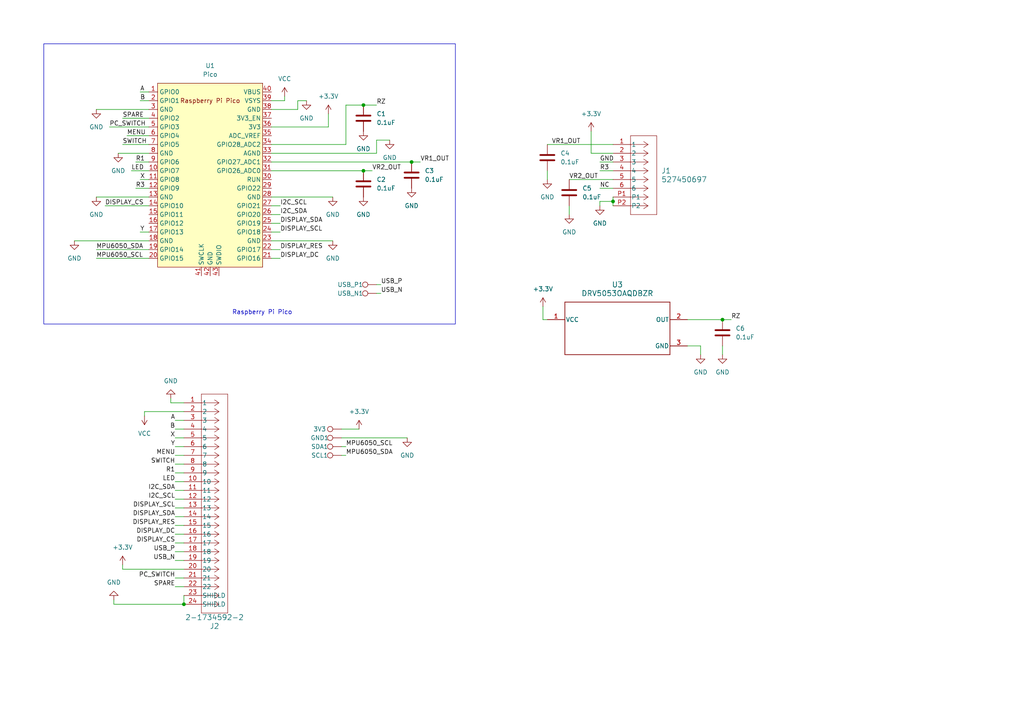
<source format=kicad_sch>
(kicad_sch (version 20230121) (generator eeschema)
  (paper "A4")
  (lib_symbols
    (symbol "2-1734592-2:2-1734592-2" (pin_names (offset 0.254))
      (property "Reference" "J" (at 8.89 6.35 0))
      (property "Value" "2-1734592-2" (at 0 0 0))
      (symbol "2-1734592-2_0_1"
        (polyline (pts (xy 5.08 -60.96) (xy 12.7 -60.96)) (stroke (width 0.127)))
        (polyline (pts (xy 5.08 2.54) (xy 5.08 -60.96)) (stroke (width 0.127)))
        (polyline (pts (xy 10.16 -58.42) (xy 5.08 -58.42)) (stroke (width 0.127)))
        (polyline (pts (xy 10.16 -58.42) (xy 8.89 -59.2667)) (stroke (width 0.127)))
        (polyline (pts (xy 10.16 -58.42) (xy 8.89 -57.5733)) (stroke (width 0.127)))
        (polyline (pts (xy 10.16 -55.88) (xy 5.08 -55.88)) (stroke (width 0.127)))
        (polyline (pts (xy 10.16 -55.88) (xy 8.89 -56.7267)) (stroke (width 0.127)))
        (polyline (pts (xy 10.16 -55.88) (xy 8.89 -55.0333)) (stroke (width 0.127)))
        (polyline (pts (xy 10.16 -53.34) (xy 5.08 -53.34)) (stroke (width 0.127)))
        (polyline (pts (xy 10.16 -53.34) (xy 8.89 -54.1867)) (stroke (width 0.127)))
        (polyline (pts (xy 10.16 -53.34) (xy 8.89 -52.4933)) (stroke (width 0.127)))
        (polyline (pts (xy 10.16 -50.8) (xy 5.08 -50.8)) (stroke (width 0.127)))
        (polyline (pts (xy 10.16 -50.8) (xy 8.89 -51.6467)) (stroke (width 0.127)))
        (polyline (pts (xy 10.16 -50.8) (xy 8.89 -49.9533)) (stroke (width 0.127)))
        (polyline (pts (xy 10.16 -48.26) (xy 5.08 -48.26)) (stroke (width 0.127)))
        (polyline (pts (xy 10.16 -48.26) (xy 8.89 -49.1067)) (stroke (width 0.127)))
        (polyline (pts (xy 10.16 -48.26) (xy 8.89 -47.4133)) (stroke (width 0.127)))
        (polyline (pts (xy 10.16 -45.72) (xy 5.08 -45.72)) (stroke (width 0.127)))
        (polyline (pts (xy 10.16 -45.72) (xy 8.89 -46.5667)) (stroke (width 0.127)))
        (polyline (pts (xy 10.16 -45.72) (xy 8.89 -44.8733)) (stroke (width 0.127)))
        (polyline (pts (xy 10.16 -43.18) (xy 5.08 -43.18)) (stroke (width 0.127)))
        (polyline (pts (xy 10.16 -43.18) (xy 8.89 -44.0267)) (stroke (width 0.127)))
        (polyline (pts (xy 10.16 -43.18) (xy 8.89 -42.3333)) (stroke (width 0.127)))
        (polyline (pts (xy 10.16 -40.64) (xy 5.08 -40.64)) (stroke (width 0.127)))
        (polyline (pts (xy 10.16 -40.64) (xy 8.89 -41.4867)) (stroke (width 0.127)))
        (polyline (pts (xy 10.16 -40.64) (xy 8.89 -39.7933)) (stroke (width 0.127)))
        (polyline (pts (xy 10.16 -38.1) (xy 5.08 -38.1)) (stroke (width 0.127)))
        (polyline (pts (xy 10.16 -38.1) (xy 8.89 -38.9467)) (stroke (width 0.127)))
        (polyline (pts (xy 10.16 -38.1) (xy 8.89 -37.2533)) (stroke (width 0.127)))
        (polyline (pts (xy 10.16 -35.56) (xy 5.08 -35.56)) (stroke (width 0.127)))
        (polyline (pts (xy 10.16 -35.56) (xy 8.89 -36.4067)) (stroke (width 0.127)))
        (polyline (pts (xy 10.16 -35.56) (xy 8.89 -34.7133)) (stroke (width 0.127)))
        (polyline (pts (xy 10.16 -33.02) (xy 5.08 -33.02)) (stroke (width 0.127)))
        (polyline (pts (xy 10.16 -33.02) (xy 8.89 -33.8667)) (stroke (width 0.127)))
        (polyline (pts (xy 10.16 -33.02) (xy 8.89 -32.1733)) (stroke (width 0.127)))
        (polyline (pts (xy 10.16 -30.48) (xy 5.08 -30.48)) (stroke (width 0.127)))
        (polyline (pts (xy 10.16 -30.48) (xy 8.89 -31.3267)) (stroke (width 0.127)))
        (polyline (pts (xy 10.16 -30.48) (xy 8.89 -29.6333)) (stroke (width 0.127)))
        (polyline (pts (xy 10.16 -27.94) (xy 5.08 -27.94)) (stroke (width 0.127)))
        (polyline (pts (xy 10.16 -27.94) (xy 8.89 -28.7867)) (stroke (width 0.127)))
        (polyline (pts (xy 10.16 -27.94) (xy 8.89 -27.0933)) (stroke (width 0.127)))
        (polyline (pts (xy 10.16 -25.4) (xy 5.08 -25.4)) (stroke (width 0.127)))
        (polyline (pts (xy 10.16 -25.4) (xy 8.89 -26.2467)) (stroke (width 0.127)))
        (polyline (pts (xy 10.16 -25.4) (xy 8.89 -24.5533)) (stroke (width 0.127)))
        (polyline (pts (xy 10.16 -22.86) (xy 5.08 -22.86)) (stroke (width 0.127)))
        (polyline (pts (xy 10.16 -22.86) (xy 8.89 -23.7067)) (stroke (width 0.127)))
        (polyline (pts (xy 10.16 -22.86) (xy 8.89 -22.0133)) (stroke (width 0.127)))
        (polyline (pts (xy 10.16 -20.32) (xy 5.08 -20.32)) (stroke (width 0.127)))
        (polyline (pts (xy 10.16 -20.32) (xy 8.89 -21.1667)) (stroke (width 0.127)))
        (polyline (pts (xy 10.16 -20.32) (xy 8.89 -19.4733)) (stroke (width 0.127)))
        (polyline (pts (xy 10.16 -17.78) (xy 5.08 -17.78)) (stroke (width 0.127)))
        (polyline (pts (xy 10.16 -17.78) (xy 8.89 -18.6267)) (stroke (width 0.127)))
        (polyline (pts (xy 10.16 -17.78) (xy 8.89 -16.9333)) (stroke (width 0.127)))
        (polyline (pts (xy 10.16 -15.24) (xy 5.08 -15.24)) (stroke (width 0.127)))
        (polyline (pts (xy 10.16 -15.24) (xy 8.89 -16.0867)) (stroke (width 0.127)))
        (polyline (pts (xy 10.16 -15.24) (xy 8.89 -14.3933)) (stroke (width 0.127)))
        (polyline (pts (xy 10.16 -12.7) (xy 5.08 -12.7)) (stroke (width 0.127)))
        (polyline (pts (xy 10.16 -12.7) (xy 8.89 -13.5467)) (stroke (width 0.127)))
        (polyline (pts (xy 10.16 -12.7) (xy 8.89 -11.8533)) (stroke (width 0.127)))
        (polyline (pts (xy 10.16 -10.16) (xy 5.08 -10.16)) (stroke (width 0.127)))
        (polyline (pts (xy 10.16 -10.16) (xy 8.89 -11.0067)) (stroke (width 0.127)))
        (polyline (pts (xy 10.16 -10.16) (xy 8.89 -9.3133)) (stroke (width 0.127)))
        (polyline (pts (xy 10.16 -7.62) (xy 5.08 -7.62)) (stroke (width 0.127)))
        (polyline (pts (xy 10.16 -7.62) (xy 8.89 -8.4667)) (stroke (width 0.127)))
        (polyline (pts (xy 10.16 -7.62) (xy 8.89 -6.7733)) (stroke (width 0.127)))
        (polyline (pts (xy 10.16 -5.08) (xy 5.08 -5.08)) (stroke (width 0.127)))
        (polyline (pts (xy 10.16 -5.08) (xy 8.89 -5.9267)) (stroke (width 0.127)))
        (polyline (pts (xy 10.16 -5.08) (xy 8.89 -4.2333)) (stroke (width 0.127)))
        (polyline (pts (xy 10.16 -2.54) (xy 5.08 -2.54)) (stroke (width 0.127)))
        (polyline (pts (xy 10.16 -2.54) (xy 8.89 -3.3867)) (stroke (width 0.127)))
        (polyline (pts (xy 10.16 -2.54) (xy 8.89 -1.6933)) (stroke (width 0.127)))
        (polyline (pts (xy 10.16 0) (xy 5.08 0)) (stroke (width 0.127)))
        (polyline (pts (xy 10.16 0) (xy 8.89 -0.8467)) (stroke (width 0.127)))
        (polyline (pts (xy 10.16 0) (xy 8.89 0.8467)) (stroke (width 0.127)))
        (polyline (pts (xy 12.7 -60.96) (xy 12.7 2.54)) (stroke (width 0.127)))
        (polyline (pts (xy 12.7 2.54) (xy 5.08 2.54)) (stroke (width 0.127)))
        (pin unspecified line (at 0 0 0) (length 5.08) (name "1") (number "1"))
        (pin unspecified line (at 0 -22.86 0) (length 5.08) (name "10") (number "10"))
        (pin unspecified line (at 0 -25.4 0) (length 5.08) (name "11") (number "11"))
        (pin unspecified line (at 0 -27.94 0) (length 5.08) (name "12") (number "12"))
        (pin unspecified line (at 0 -30.48 0) (length 5.08) (name "13") (number "13"))
        (pin unspecified line (at 0 -33.02 0) (length 5.08) (name "14") (number "14"))
        (pin unspecified line (at 0 -35.56 0) (length 5.08) (name "15") (number "15"))
        (pin unspecified line (at 0 -38.1 0) (length 5.08) (name "16") (number "16"))
        (pin unspecified line (at 0 -40.64 0) (length 5.08) (name "17") (number "17"))
        (pin unspecified line (at 0 -43.18 0) (length 5.08) (name "18") (number "18"))
        (pin unspecified line (at 0 -45.72 0) (length 5.08) (name "19") (number "19"))
        (pin unspecified line (at 0 -2.54 0) (length 5.08) (name "2") (number "2"))
        (pin unspecified line (at 0 -48.26 0) (length 5.08) (name "20") (number "20"))
        (pin unspecified line (at 0 -50.8 0) (length 5.08) (name "21") (number "21"))
        (pin unspecified line (at 0 -53.34 0) (length 5.08) (name "22") (number "22"))
        (pin unspecified line (at 0 -55.88 0) (length 5.08) (name "SHIELD") (number "23"))
        (pin unspecified line (at 0 -58.42 0) (length 5.08) (name "SHIELD") (number "24"))
        (pin unspecified line (at 0 -5.08 0) (length 5.08) (name "3") (number "3"))
        (pin unspecified line (at 0 -7.62 0) (length 5.08) (name "4") (number "4"))
        (pin unspecified line (at 0 -10.16 0) (length 5.08) (name "5") (number "5"))
        (pin unspecified line (at 0 -12.7 0) (length 5.08) (name "6") (number "6"))
        (pin unspecified line (at 0 -15.24 0) (length 5.08) (name "7") (number "7"))
        (pin unspecified line (at 0 -17.78 0) (length 5.08) (name "8") (number "8"))
        (pin unspecified line (at 0 -20.32 0) (length 5.08) (name "9") (number "9"))
      )
    )
    (symbol "2023-06-25_22-00-34:527450697" (pin_names (offset 0.254))
      (property "Reference" "J" (at 8.89 6.35 0))
      (property "Value" "527450697" (at 0 0 0))
      (symbol "527450697_1_1"
        (polyline (pts (xy 5.08 -20.32) (xy 12.7 -20.32)) (stroke (width 0.127)))
        (polyline (pts (xy 5.08 2.54) (xy 5.08 -20.32)) (stroke (width 0.127)))
        (polyline (pts (xy 10.16 -17.78) (xy 5.08 -17.78)) (stroke (width 0.127)))
        (polyline (pts (xy 10.16 -17.78) (xy 8.89 -18.6267)) (stroke (width 0.127)))
        (polyline (pts (xy 10.16 -17.78) (xy 8.89 -16.9333)) (stroke (width 0.127)))
        (polyline (pts (xy 10.16 -15.24) (xy 5.08 -15.24)) (stroke (width 0.127)))
        (polyline (pts (xy 10.16 -15.24) (xy 8.89 -16.0867)) (stroke (width 0.127)))
        (polyline (pts (xy 10.16 -15.24) (xy 8.89 -14.3933)) (stroke (width 0.127)))
        (polyline (pts (xy 10.16 -12.7) (xy 5.08 -12.7)) (stroke (width 0.127)))
        (polyline (pts (xy 10.16 -12.7) (xy 8.89 -13.5467)) (stroke (width 0.127)))
        (polyline (pts (xy 10.16 -12.7) (xy 8.89 -11.8533)) (stroke (width 0.127)))
        (polyline (pts (xy 10.16 -10.16) (xy 5.08 -10.16)) (stroke (width 0.127)))
        (polyline (pts (xy 10.16 -10.16) (xy 8.89 -11.0067)) (stroke (width 0.127)))
        (polyline (pts (xy 10.16 -10.16) (xy 8.89 -9.3133)) (stroke (width 0.127)))
        (polyline (pts (xy 10.16 -7.62) (xy 5.08 -7.62)) (stroke (width 0.127)))
        (polyline (pts (xy 10.16 -7.62) (xy 8.89 -8.4667)) (stroke (width 0.127)))
        (polyline (pts (xy 10.16 -7.62) (xy 8.89 -6.7733)) (stroke (width 0.127)))
        (polyline (pts (xy 10.16 -5.08) (xy 5.08 -5.08)) (stroke (width 0.127)))
        (polyline (pts (xy 10.16 -5.08) (xy 8.89 -5.9267)) (stroke (width 0.127)))
        (polyline (pts (xy 10.16 -5.08) (xy 8.89 -4.2333)) (stroke (width 0.127)))
        (polyline (pts (xy 10.16 -2.54) (xy 5.08 -2.54)) (stroke (width 0.127)))
        (polyline (pts (xy 10.16 -2.54) (xy 8.89 -3.3867)) (stroke (width 0.127)))
        (polyline (pts (xy 10.16 -2.54) (xy 8.89 -1.6933)) (stroke (width 0.127)))
        (polyline (pts (xy 10.16 0) (xy 5.08 0)) (stroke (width 0.127)))
        (polyline (pts (xy 10.16 0) (xy 8.89 -0.8467)) (stroke (width 0.127)))
        (polyline (pts (xy 10.16 0) (xy 8.89 0.8467)) (stroke (width 0.127)))
        (polyline (pts (xy 12.7 -20.32) (xy 12.7 2.54)) (stroke (width 0.127)))
        (polyline (pts (xy 12.7 2.54) (xy 5.08 2.54)) (stroke (width 0.127)))
        (pin unspecified line (at 0 0 0) (length 5.08) (name "1") (number "1"))
        (pin unspecified line (at 0 -2.54 0) (length 5.08) (name "2") (number "2"))
        (pin unspecified line (at 0 -5.08 0) (length 5.08) (name "3") (number "3"))
        (pin unspecified line (at 0 -7.62 0) (length 5.08) (name "4") (number "4"))
        (pin unspecified line (at 0 -10.16 0) (length 5.08) (name "5") (number "5"))
        (pin unspecified line (at 0 -12.7 0) (length 5.08) (name "6") (number "6"))
        (pin unspecified line (at 0 -15.24 0) (length 5.08) (name "P1") (number "P1"))
        (pin unspecified line (at 0 -17.78 0) (length 5.08) (name "P2") (number "P2"))
      )
      (symbol "527450697_1_2"
        (polyline (pts (xy 5.08 -20.32) (xy 12.7 -20.32)) (stroke (width 0.127)))
        (polyline (pts (xy 5.08 2.54) (xy 5.08 -20.32)) (stroke (width 0.127)))
        (polyline (pts (xy 7.62 -17.78) (xy 5.08 -17.78)) (stroke (width 0.127)))
        (polyline (pts (xy 7.62 -17.78) (xy 8.89 -18.6267)) (stroke (width 0.127)))
        (polyline (pts (xy 7.62 -17.78) (xy 8.89 -16.9333)) (stroke (width 0.127)))
        (polyline (pts (xy 7.62 -15.24) (xy 5.08 -15.24)) (stroke (width 0.127)))
        (polyline (pts (xy 7.62 -15.24) (xy 8.89 -16.0867)) (stroke (width 0.127)))
        (polyline (pts (xy 7.62 -15.24) (xy 8.89 -14.3933)) (stroke (width 0.127)))
        (polyline (pts (xy 7.62 -12.7) (xy 5.08 -12.7)) (stroke (width 0.127)))
        (polyline (pts (xy 7.62 -12.7) (xy 8.89 -13.5467)) (stroke (width 0.127)))
        (polyline (pts (xy 7.62 -12.7) (xy 8.89 -11.8533)) (stroke (width 0.127)))
        (polyline (pts (xy 7.62 -10.16) (xy 5.08 -10.16)) (stroke (width 0.127)))
        (polyline (pts (xy 7.62 -10.16) (xy 8.89 -11.0067)) (stroke (width 0.127)))
        (polyline (pts (xy 7.62 -10.16) (xy 8.89 -9.3133)) (stroke (width 0.127)))
        (polyline (pts (xy 7.62 -7.62) (xy 5.08 -7.62)) (stroke (width 0.127)))
        (polyline (pts (xy 7.62 -7.62) (xy 8.89 -8.4667)) (stroke (width 0.127)))
        (polyline (pts (xy 7.62 -7.62) (xy 8.89 -6.7733)) (stroke (width 0.127)))
        (polyline (pts (xy 7.62 -5.08) (xy 5.08 -5.08)) (stroke (width 0.127)))
        (polyline (pts (xy 7.62 -5.08) (xy 8.89 -5.9267)) (stroke (width 0.127)))
        (polyline (pts (xy 7.62 -5.08) (xy 8.89 -4.2333)) (stroke (width 0.127)))
        (polyline (pts (xy 7.62 -2.54) (xy 5.08 -2.54)) (stroke (width 0.127)))
        (polyline (pts (xy 7.62 -2.54) (xy 8.89 -3.3867)) (stroke (width 0.127)))
        (polyline (pts (xy 7.62 -2.54) (xy 8.89 -1.6933)) (stroke (width 0.127)))
        (polyline (pts (xy 7.62 0) (xy 5.08 0)) (stroke (width 0.127)))
        (polyline (pts (xy 7.62 0) (xy 8.89 -0.8467)) (stroke (width 0.127)))
        (polyline (pts (xy 7.62 0) (xy 8.89 0.8467)) (stroke (width 0.127)))
        (polyline (pts (xy 12.7 -20.32) (xy 12.7 2.54)) (stroke (width 0.127)))
        (polyline (pts (xy 12.7 2.54) (xy 5.08 2.54)) (stroke (width 0.127)))
        (pin unspecified line (at 0 0 0) (length 5.08) (name "1") (number "1"))
        (pin unspecified line (at 0 -2.54 0) (length 5.08) (name "2") (number "2"))
        (pin unspecified line (at 0 -5.08 0) (length 5.08) (name "3") (number "3"))
        (pin unspecified line (at 0 -7.62 0) (length 5.08) (name "4") (number "4"))
        (pin unspecified line (at 0 -10.16 0) (length 5.08) (name "5") (number "5"))
        (pin unspecified line (at 0 -12.7 0) (length 5.08) (name "6") (number "6"))
        (pin unspecified line (at 0 -15.24 0) (length 5.08) (name "P1") (number "P1"))
        (pin unspecified line (at 0 -17.78 0) (length 5.08) (name "P2") (number "P2"))
      )
    )
    (symbol "Connector:TestPoint" (pin_numbers hide) (pin_names (offset 0.762) hide)
      (property "Reference" "TP" (at 0 6.858 0))
      (property "Value" "TestPoint" (at 0 5.08 0))
      (symbol "TestPoint_0_1"
        (circle (center 0 3.302) (radius 0.762))
      )
      (symbol "TestPoint_1_1"
        (pin passive line (at 0 0 90) (length 2.54) (name "1") (number "1"))
      )
    )
    (symbol "DRV5053OAQDBZR:DRV5053OAQDBZR" (pin_names (offset 0.254))
      (property "Reference" "U" (at 0 2.54 0))
      (property "Value" "DRV5053OAQDBZR" (at 0 0 0))
      (symbol "DRV5053OAQDBZR_0_1"
        (polyline (pts (xy -15.24 -7.62) (xy 15.24 -7.62)) (stroke (width 0.2032)))
        (polyline (pts (xy -15.24 7.62) (xy -15.24 -7.62)) (stroke (width 0.2032)))
        (polyline (pts (xy 15.24 -7.62) (xy 15.24 7.62)) (stroke (width 0.2032)))
        (polyline (pts (xy 15.24 7.62) (xy -15.24 7.62)) (stroke (width 0.2032)))
        (pin power_in line (at -20.32 2.54 0) (length 5.08) (name "VCC") (number "1"))
        (pin output line (at 20.32 2.54 180) (length 5.08) (name "OUT") (number "2"))
        (pin power_in line (at 20.32 -5.08 180) (length 5.08) (name "GND") (number "3"))
      )
    )
    (symbol "Device:C" (pin_numbers hide) (pin_names (offset 0.254))
      (property "Reference" "C" (at 0.635 2.54 0))
      (property "Value" "C" (at 0.635 -2.54 0))
      (symbol "C_0_1"
        (polyline (pts (xy -2.032 -0.762) (xy 2.032 -0.762)) (stroke (width 0.508)))
        (polyline (pts (xy -2.032 0.762) (xy 2.032 0.762)) (stroke (width 0.508)))
      )
      (symbol "C_1_1"
        (pin passive line (at 0 3.81 270) (length 2.794) (name "~") (number "1"))
        (pin passive line (at 0 -3.81 90) (length 2.794) (name "~") (number "2"))
      )
    )
    (symbol "MCU_RaspberryPi_and_Boards:Pico"
      (property "Reference" "U" (at -13.97 27.94 0))
      (property "Value" "Pico" (at 0 19.05 0))
      (symbol "Pico_0_0"
        (text "Raspberry Pi Pico" (at 0 21.59 0) (effects (font (size 1.27 1.27))))
      )
      (symbol "Pico_0_1"
        (rectangle (start -15.24 26.67) (end 15.24 -26.67) (fill (type background)))
      )
      (symbol "Pico_1_1"
        (pin bidirectional line (at -17.78 24.13 0) (length 2.54) (name "GPIO0") (number "1"))
        (pin bidirectional line (at -17.78 1.27 0) (length 2.54) (name "GPIO7") (number "10"))
        (pin bidirectional line (at -17.78 -1.27 0) (length 2.54) (name "GPIO8") (number "11"))
        (pin bidirectional line (at -17.78 -3.81 0) (length 2.54) (name "GPIO9") (number "12"))
        (pin power_in line (at -17.78 -6.35 0) (length 2.54) (name "GND") (number "13"))
        (pin bidirectional line (at -17.78 -8.89 0) (length 2.54) (name "GPIO10") (number "14"))
        (pin bidirectional line (at -17.78 -11.43 0) (length 2.54) (name "GPIO11") (number "15"))
        (pin bidirectional line (at -17.78 -13.97 0) (length 2.54) (name "GPIO12") (number "16"))
        (pin bidirectional line (at -17.78 -16.51 0) (length 2.54) (name "GPIO13") (number "17"))
        (pin power_in line (at -17.78 -19.05 0) (length 2.54) (name "GND") (number "18"))
        (pin bidirectional line (at -17.78 -21.59 0) (length 2.54) (name "GPIO14") (number "19"))
        (pin bidirectional line (at -17.78 21.59 0) (length 2.54) (name "GPIO1") (number "2"))
        (pin bidirectional line (at -17.78 -24.13 0) (length 2.54) (name "GPIO15") (number "20"))
        (pin bidirectional line (at 17.78 -24.13 180) (length 2.54) (name "GPIO16") (number "21"))
        (pin bidirectional line (at 17.78 -21.59 180) (length 2.54) (name "GPIO17") (number "22"))
        (pin power_in line (at 17.78 -19.05 180) (length 2.54) (name "GND") (number "23"))
        (pin bidirectional line (at 17.78 -16.51 180) (length 2.54) (name "GPIO18") (number "24"))
        (pin bidirectional line (at 17.78 -13.97 180) (length 2.54) (name "GPIO19") (number "25"))
        (pin bidirectional line (at 17.78 -11.43 180) (length 2.54) (name "GPIO20") (number "26"))
        (pin bidirectional line (at 17.78 -8.89 180) (length 2.54) (name "GPIO21") (number "27"))
        (pin power_in line (at 17.78 -6.35 180) (length 2.54) (name "GND") (number "28"))
        (pin bidirectional line (at 17.78 -3.81 180) (length 2.54) (name "GPIO22") (number "29"))
        (pin power_in line (at -17.78 19.05 0) (length 2.54) (name "GND") (number "3"))
        (pin input line (at 17.78 -1.27 180) (length 2.54) (name "RUN") (number "30"))
        (pin bidirectional line (at 17.78 1.27 180) (length 2.54) (name "GPIO26_ADC0") (number "31"))
        (pin bidirectional line (at 17.78 3.81 180) (length 2.54) (name "GPIO27_ADC1") (number "32"))
        (pin power_in line (at 17.78 6.35 180) (length 2.54) (name "AGND") (number "33"))
        (pin bidirectional line (at 17.78 8.89 180) (length 2.54) (name "GPIO28_ADC2") (number "34"))
        (pin power_in line (at 17.78 11.43 180) (length 2.54) (name "ADC_VREF") (number "35"))
        (pin power_in line (at 17.78 13.97 180) (length 2.54) (name "3V3") (number "36"))
        (pin input line (at 17.78 16.51 180) (length 2.54) (name "3V3_EN") (number "37"))
        (pin bidirectional line (at 17.78 19.05 180) (length 2.54) (name "GND") (number "38"))
        (pin power_in line (at 17.78 21.59 180) (length 2.54) (name "VSYS") (number "39"))
        (pin bidirectional line (at -17.78 16.51 0) (length 2.54) (name "GPIO2") (number "4"))
        (pin power_in line (at 17.78 24.13 180) (length 2.54) (name "VBUS") (number "40"))
        (pin input line (at -2.54 -29.21 90) (length 2.54) (name "SWCLK") (number "41"))
        (pin power_in line (at 0 -29.21 90) (length 2.54) (name "GND") (number "42"))
        (pin bidirectional line (at 2.54 -29.21 90) (length 2.54) (name "SWDIO") (number "43"))
        (pin bidirectional line (at -17.78 13.97 0) (length 2.54) (name "GPIO3") (number "5"))
        (pin bidirectional line (at -17.78 11.43 0) (length 2.54) (name "GPIO4") (number "6"))
        (pin bidirectional line (at -17.78 8.89 0) (length 2.54) (name "GPIO5") (number "7"))
        (pin power_in line (at -17.78 6.35 0) (length 2.54) (name "GND") (number "8"))
        (pin bidirectional line (at -17.78 3.81 0) (length 2.54) (name "GPIO6") (number "9"))
      )
    )
    (symbol "power:+3.3V" (power) (pin_names (offset 0))
      (property "Value" "+3.3V" (at 0 3.556 0))
      (symbol "+3.3V_0_1"
        (polyline (pts (xy -0.762 1.27) (xy 0 2.54)))
        (polyline (pts (xy 0 0) (xy 0 2.54)))
        (polyline (pts (xy 0 2.54) (xy 0.762 1.27)))
      )
      (symbol "+3.3V_1_1"
        (pin power_in line (at 0 0 90) (length 0) hide (name "+3.3V") (number "1"))
      )
    )
    (symbol "power:GND" (power) (pin_names (offset 0))
      (property "Value" "GND" (at 0 -3.81 0))
      (symbol "GND_0_1"
        (polyline (pts (xy 0 0) (xy 0 -1.27) (xy 1.27 -1.27) (xy 0 -2.54) (xy -1.27 -1.27) (xy 0 -1.27)))
      )
      (symbol "GND_1_1"
        (pin power_in line (at 0 0 270) (length 0) hide (name "GND") (number "1"))
      )
    )
    (symbol "power:VCC" (power) (pin_names (offset 0))
      (property "Value" "VCC" (at 0 3.81 0))
      (symbol "VCC_0_1"
        (polyline (pts (xy -0.762 1.27) (xy 0 2.54)))
        (polyline (pts (xy 0 0) (xy 0 2.54)))
        (polyline (pts (xy 0 2.54) (xy 0.762 1.27)))
      )
      (symbol "VCC_1_1"
        (pin power_in line (at 0 0 90) (length 0) hide (name "VCC") (number "1"))
      )
    )
  )
  (junction (at 105.41 49.53))
  (junction (at 177.8 58.42))
  (junction (at 53.34 175.26))
  (junction (at 105.41 30.48))
  (junction (at 209.55 92.71))
  (junction (at 119.38 46.99))
  (wire (pts (xy 173.99 58.42) (xy 173.99 59.69)))
  (wire (pts (xy 53.34 139.7) (xy 50.8 139.7)))
  (wire (pts (xy 171.45 44.45) (xy 171.45 38.1)))
  (wire (pts (xy 99.06 132.08) (xy 100.33 132.08)))
  (wire (pts (xy 53.34 142.24) (xy 50.8 142.24)))
  (wire (pts (xy 78.74 44.45) (xy 109.22 44.45)))
  (wire (pts (xy 53.34 147.32) (xy 50.8 147.32)))
  (wire (pts (xy 27.94 57.15) (xy 43.18 57.15)))
  (wire (pts (xy 78.74 49.53) (xy 105.41 49.53)))
  (wire (pts (xy 86.36 31.75) (xy 78.74 31.75)))
  (wire (pts (xy 78.74 57.15) (xy 96.52 57.15)))
  (wire (pts (xy 86.36 29.21) (xy 88.9 29.21)))
  (wire (pts (xy 35.56 34.29) (xy 43.18 34.29)))
  (wire (pts (xy 38.1 49.53) (xy 43.18 49.53)))
  (wire (pts (xy 27.94 74.93) (xy 43.18 74.93)))
  (wire (pts (xy 53.34 137.16) (xy 50.8 137.16)))
  (wire (pts (xy 165.1 59.69) (xy 165.1 62.23)))
  (wire (pts (xy 109.22 82.55) (xy 110.49 82.55)))
  (wire (pts (xy 78.74 46.99) (xy 119.38 46.99)))
  (wire (pts (xy 39.37 46.99) (xy 43.18 46.99)))
  (wire (pts (xy 31.75 36.83) (xy 43.18 36.83)))
  (wire (pts (xy 78.74 64.77) (xy 81.28 64.77)))
  (wire (pts (xy 177.8 58.42) (xy 173.99 58.42)))
  (wire (pts (xy 173.99 54.61) (xy 177.8 54.61)))
  (wire (pts (xy 86.36 29.21) (xy 86.36 31.75)))
  (wire (pts (xy 177.8 57.15) (xy 177.8 58.42)))
  (wire (pts (xy 53.34 167.64) (xy 50.8 167.64)))
  (wire (pts (xy 53.34 154.94) (xy 50.8 154.94)))
  (wire (pts (xy 53.34 121.92) (xy 50.8 121.92)))
  (wire (pts (xy 99.06 124.46) (xy 104.14 124.46)))
  (wire (pts (xy 99.06 127) (xy 118.11 127)))
  (wire (pts (xy 53.34 124.46) (xy 50.8 124.46)))
  (wire (pts (xy 21.59 69.85) (xy 43.18 69.85)))
  (wire (pts (xy 27.94 31.75) (xy 43.18 31.75)))
  (wire (pts (xy 35.56 41.91) (xy 43.18 41.91)))
  (wire (pts (xy 119.38 46.99) (xy 121.92 46.99)))
  (wire (pts (xy 40.64 29.21) (xy 43.18 29.21)))
  (wire (pts (xy 78.74 29.21) (xy 82.55 29.21)))
  (wire (pts (xy 53.34 165.1) (xy 35.56 165.1)))
  (wire (pts (xy 158.75 49.53) (xy 158.75 52.07)))
  (wire (pts (xy 100.33 41.91) (xy 100.33 30.48)))
  (wire (pts (xy 157.48 88.9) (xy 157.48 92.71)))
  (wire (pts (xy 78.74 67.31) (xy 81.28 67.31)))
  (wire (pts (xy 34.29 44.45) (xy 43.18 44.45)))
  (wire (pts (xy 203.2 100.33) (xy 203.2 102.87)))
  (wire (pts (xy 105.41 49.53) (xy 107.95 49.53)))
  (wire (pts (xy 109.22 40.64) (xy 113.03 40.64)))
  (wire (pts (xy 78.74 41.91) (xy 100.33 41.91)))
  (wire (pts (xy 99.06 129.54) (xy 100.33 129.54)))
  (wire (pts (xy 30.48 59.69) (xy 43.18 59.69)))
  (wire (pts (xy 53.34 160.02) (xy 50.8 160.02)))
  (wire (pts (xy 157.48 92.71) (xy 158.75 92.71)))
  (wire (pts (xy 53.34 129.54) (xy 50.8 129.54)))
  (wire (pts (xy 49.53 116.84) (xy 49.53 115.57)))
  (wire (pts (xy 53.34 149.86) (xy 50.8 149.86)))
  (wire (pts (xy 53.34 157.48) (xy 50.8 157.48)))
  (wire (pts (xy 78.74 62.23) (xy 81.28 62.23)))
  (wire (pts (xy 100.33 30.48) (xy 105.41 30.48)))
  (wire (pts (xy 41.91 119.38) (xy 41.91 120.65)))
  (wire (pts (xy 40.64 52.07) (xy 43.18 52.07)))
  (wire (pts (xy 105.41 30.48) (xy 109.22 30.48)))
  (wire (pts (xy 95.25 36.83) (xy 95.25 33.02)))
  (wire (pts (xy 171.45 44.45) (xy 177.8 44.45)))
  (wire (pts (xy 53.34 162.56) (xy 50.8 162.56)))
  (wire (pts (xy 78.74 74.93) (xy 81.28 74.93)))
  (wire (pts (xy 53.34 132.08) (xy 50.8 132.08)))
  (wire (pts (xy 199.39 92.71) (xy 209.55 92.71)))
  (wire (pts (xy 53.34 134.62) (xy 50.8 134.62)))
  (wire (pts (xy 40.64 67.31) (xy 43.18 67.31)))
  (wire (pts (xy 40.64 26.67) (xy 43.18 26.67)))
  (wire (pts (xy 36.83 39.37) (xy 43.18 39.37)))
  (wire (pts (xy 209.55 92.71) (xy 212.09 92.71)))
  (wire (pts (xy 199.39 100.33) (xy 203.2 100.33)))
  (wire (pts (xy 53.34 170.18) (xy 50.8 170.18)))
  (wire (pts (xy 173.99 46.99) (xy 177.8 46.99)))
  (wire (pts (xy 53.34 116.84) (xy 49.53 116.84)))
  (wire (pts (xy 33.02 175.26) (xy 33.02 173.99)))
  (wire (pts (xy 78.74 72.39) (xy 81.28 72.39)))
  (wire (pts (xy 177.8 58.42) (xy 177.8 59.69)))
  (wire (pts (xy 209.55 102.87) (xy 209.55 100.33)))
  (wire (pts (xy 39.37 54.61) (xy 43.18 54.61)))
  (wire (pts (xy 53.34 119.38) (xy 41.91 119.38)))
  (wire (pts (xy 82.55 29.21) (xy 82.55 27.94)))
  (wire (pts (xy 109.22 85.09) (xy 110.49 85.09)))
  (wire (pts (xy 78.74 36.83) (xy 95.25 36.83)))
  (wire (pts (xy 35.56 165.1) (xy 35.56 163.83)))
  (wire (pts (xy 53.34 152.4) (xy 50.8 152.4)))
  (wire (pts (xy 53.34 175.26) (xy 33.02 175.26)))
  (wire (pts (xy 53.34 175.26) (xy 53.34 172.72)))
  (wire (pts (xy 173.99 49.53) (xy 177.8 49.53)))
  (wire (pts (xy 53.34 127) (xy 50.8 127)))
  (wire (pts (xy 158.75 41.91) (xy 177.8 41.91)))
  (wire (pts (xy 53.34 144.78) (xy 50.8 144.78)))
  (wire (pts (xy 78.74 59.69) (xy 81.28 59.69)))
  (wire (pts (xy 165.1 52.07) (xy 177.8 52.07)))
  (wire (pts (xy 78.74 69.85) (xy 96.52 69.85)))
  (wire (pts (xy 27.94 72.39) (xy 43.18 72.39)))
  (wire (pts (xy 109.22 44.45) (xy 109.22 40.64)))
  (rectangle (start 12.7 12.7) (end 132.08 93.98))
  (text "Raspberry Pi Pico" (at 67.31 91.44 0) (effects (font (size 1.27 1.27)) (justify left bottom)))
  (label "VR1_OUT" (at 121.92 46.99 0))
  (label "USB_N" (at 50.8 162.56 180))
  (label "RZ" (at 109.22 30.48 0))
  (label "DISPLAY_DC" (at 50.8 154.94 180))
  (label "USB_N" (at 110.49 85.09 0))
  (label "VR2_OUT" (at 107.95 49.53 0))
  (label "DISPLAY_DC" (at 81.28 74.93 0))
  (label "MENU" (at 36.83 39.37 0))
  (label "DISPLAY_SCL" (at 81.28 67.31 0))
  (label "MPU6050_SCL" (at 27.94 74.93 0))
  (label "SPARE" (at 35.56 34.29 0))
  (label "DISPLAY_RES" (at 50.8 152.4 180))
  (label "R3" (at 39.37 54.61 0))
  (label "I2C_SCL" (at 81.28 59.69 0))
  (label "Y" (at 40.64 67.31 0))
  (label "MPU6050_SDA" (at 27.94 72.39 0))
  (label "R3" (at 173.99 49.53 0))
  (label "DISPLAY_RES" (at 81.28 72.39 0))
  (label "VR2_OUT" (at 165.1 52.07 0))
  (label "DISPLAY_SDA" (at 50.8 149.86 180))
  (label "I2C_SDA" (at 50.8 142.24 180))
  (label "SPARE" (at 50.8 170.18 180))
  (label "RZ" (at 212.09 92.71 0))
  (label "SWITCH" (at 35.56 41.91 0))
  (label "Y" (at 50.8 129.54 180))
  (label "GND" (at 173.99 46.99 0))
  (label "DISPLAY_CS" (at 30.48 59.69 0))
  (label "MPU6050_SCL" (at 100.33 129.54 0))
  (label "DISPLAY_CS" (at 50.8 157.48 180))
  (label "I2C_SDA" (at 81.28 62.23 0))
  (label "R1" (at 39.37 46.99 0))
  (label "DISPLAY_SCL" (at 50.8 147.32 180))
  (label "A" (at 40.64 26.67 0))
  (label "X" (at 50.8 127 180))
  (label "DISPLAY_SDA" (at 81.28 64.77 0))
  (label "VR1_OUT" (at 160.02 41.91 0))
  (label "R1" (at 50.8 137.16 180))
  (label "B" (at 40.64 29.21 0))
  (label "NC" (at 173.99 54.61 0))
  (label "MPU6050_SDA" (at 100.33 132.08 0))
  (label "LED" (at 38.1 49.53 0))
  (label "LED" (at 50.8 139.7 180))
  (label "X" (at 40.64 52.07 0))
  (label "USB_P" (at 110.49 82.55 0))
  (label "PC_SWITCH" (at 50.8 167.64 180))
  (label "A" (at 50.8 121.92 180))
  (label "SWITCH" (at 50.8 134.62 180))
  (label "B" (at 50.8 124.46 180))
  (label "MENU" (at 50.8 132.08 180))
  (label "I2C_SCL" (at 50.8 144.78 180))
  (label "PC_SWITCH" (at 31.75 36.83 0))
  (label "USB_P" (at 50.8 160.02 180))
  (symbol (lib_id "Connector:TestPoint") (at 99.06 127 90) (unit 1)
    (property "Reference" "GND1" (at 92.71 127 90))
    (property "Value" "TestPoint" (effects hide))
    (property "Footprint" "Connector_PinHeader_2.54mm:PinHeader_1x01_P2.54mm_Vertical" (effects hide))
  )
  (symbol (lib_id "power:GND") (at 34.29 44.45 0) (unit 1)
    (property "Reference" "#PWR06" (effects hide))
    (property "Value" "GND" (at 34.29 49.53 0))
  )
  (symbol (lib_id "power:GND") (at 173.99 59.69 0) (unit 1)
    (property "Reference" "#PWR016" (effects hide))
    (property "Value" "GND" (at 173.99 64.77 0))
  )
  (symbol (lib_id "power:GND") (at 96.52 69.85 0) (unit 1)
    (property "Reference" "#PWR010" (effects hide))
    (property "Value" "GND" (at 96.52 74.93 0))
  )
  (symbol (lib_id "Connector:TestPoint") (at 99.06 129.54 90) (unit 1)
    (property "Reference" "SDA1" (at 92.71 129.54 90))
    (property "Value" "TestPoint" (effects hide))
    (property "Footprint" "Connector_PinHeader_2.54mm:PinHeader_1x01_P2.54mm_Vertical" (effects hide))
  )
  (symbol (lib_id "power:VCC") (at 82.55 27.94 0) (unit 1)
    (property "Reference" "#PWR012" (effects hide))
    (property "Value" "VCC" (at 82.55 22.86 0))
  )
  (symbol (lib_id "power:+3.3V") (at 35.56 163.83 0) (unit 1)
    (property "Reference" "#PWR021" (effects hide))
    (property "Value" "+3.3V" (at 35.56 158.75 0))
  )
  (symbol (lib_id "Device:C") (at 105.41 34.29 0) (unit 1)
    (property "Reference" "C1" (at 109.22 33.02 0) (effects (justify left)))
    (property "Value" "0.1uF" (at 109.22 35.56 0) (effects (justify left)))
    (property "Footprint" "Capacitor_SMD:C_0603_1608Metric" (effects hide))
  )
  (symbol (lib_id "power:+3.3V") (at 95.25 33.02 0) (unit 1)
    (property "Reference" "#PWR013" (effects hide))
    (property "Value" "+3.3V" (at 95.25 27.94 0))
  )
  (symbol (lib_id "power:GND") (at 118.11 127 0) (unit 1)
    (property "Reference" "#PWR023" (effects hide))
    (property "Value" "GND" (at 118.11 132.08 0))
  )
  (symbol (lib_id "power:GND") (at 88.9 29.21 0) (unit 1)
    (property "Reference" "#PWR011" (effects hide))
    (property "Value" "GND" (at 88.9 34.29 0))
  )
  (symbol (lib_id "Device:C") (at 158.75 45.72 0) (unit 1)
    (property "Reference" "C4" (at 162.56 44.45 0) (effects (justify left)))
    (property "Value" "0.1uF" (at 162.56 46.99 0) (effects (justify left)))
    (property "Footprint" "Capacitor_SMD:C_0603_1608Metric" (effects hide))
  )
  (symbol (lib_id "power:VCC") (at 41.91 120.65 180) (unit 1)
    (property "Reference" "#PWR020" (effects hide))
    (property "Value" "VCC" (at 41.91 125.73 0))
  )
  (symbol (lib_id "power:GND") (at 165.1 62.23 0) (unit 1)
    (property "Reference" "#PWR015" (effects hide))
    (property "Value" "GND" (at 165.1 67.31 0))
  )
  (symbol (lib_id "power:GND") (at 119.38 54.61 0) (unit 1)
    (property "Reference" "#PWR01" (effects hide))
    (property "Value" "GND" (at 119.38 59.69 0))
  )
  (symbol (lib_id "Device:C") (at 165.1 55.88 0) (unit 1)
    (property "Reference" "C5" (at 168.91 54.61 0) (effects (justify left)))
    (property "Value" "0.1uF" (at 168.91 57.15 0) (effects (justify left)))
    (property "Footprint" "Capacitor_SMD:C_0603_1608Metric" (effects hide))
  )
  (symbol (lib_id "2023-06-25_22-00-34:527450697") (at 177.8 41.91 0) (unit 1)
    (property "Reference" "J1" (at 191.77 49.53 0) (effects (font (size 1.524 1.524)) (justify left)))
    (property "Value" "527450697" (at 191.77 52.07 0) (effects (font (size 1.524 1.524)) (justify left)))
    (property "Footprint" "CON_527450697_MOL" (effects hide))
    (property "Datasheet" "527450697" (effects hide))
  )
  (symbol (lib_id "power:+3.3V") (at 157.48 88.9 0) (unit 1)
    (property "Reference" "#PWR027" (effects hide))
    (property "Value" "+3.3V" (at 157.48 83.82 0))
  )
  (symbol (lib_id "power:+3.3V") (at 171.45 38.1 0) (unit 1)
    (property "Reference" "#PWR026" (effects hide))
    (property "Value" "+3.3V" (at 171.45 33.02 0))
  )
  (symbol (lib_id "power:GND") (at 21.59 69.85 0) (unit 1)
    (property "Reference" "#PWR04" (effects hide))
    (property "Value" "GND" (at 21.59 74.93 0))
  )
  (symbol (lib_id "power:+3.3V") (at 104.14 124.46 0) (unit 1)
    (property "Reference" "#PWR024" (effects hide))
    (property "Value" "+3.3V" (at 104.14 119.38 0))
  )
  (symbol (lib_id "power:GND") (at 105.41 57.15 0) (unit 1)
    (property "Reference" "#PWR02" (effects hide))
    (property "Value" "GND" (at 105.41 62.23 0))
  )
  (symbol (lib_id "power:GND") (at 113.03 40.64 0) (unit 1)
    (property "Reference" "#PWR08" (effects hide))
    (property "Value" "GND" (at 113.03 45.72 0))
  )
  (symbol (lib_id "Device:C") (at 209.55 96.52 0) (unit 1)
    (property "Reference" "C6" (at 213.36 95.25 0) (effects (justify left)))
    (property "Value" "0.1uF" (at 213.36 97.79 0) (effects (justify left)))
    (property "Footprint" "Capacitor_SMD:C_0603_1608Metric" (effects hide))
  )
  (symbol (lib_id "power:GND") (at 158.75 52.07 0) (unit 1)
    (property "Reference" "#PWR014" (effects hide))
    (property "Value" "GND" (at 158.75 57.15 0))
  )
  (symbol (lib_id "Device:C") (at 105.41 53.34 0) (unit 1)
    (property "Reference" "C2" (at 109.22 52.07 0) (effects (justify left)))
    (property "Value" "0.1uF" (at 109.22 54.61 0) (effects (justify left)))
    (property "Footprint" "Capacitor_SMD:C_0603_1608Metric" (effects hide))
  )
  (symbol (lib_id "power:GND") (at 105.41 38.1 0) (unit 1)
    (property "Reference" "#PWR03" (effects hide))
    (property "Value" "GND" (at 105.41 43.18 0))
  )
  (symbol (lib_id "power:GND") (at 27.94 31.75 0) (unit 1)
    (property "Reference" "#PWR07" (effects hide))
    (property "Value" "GND" (at 27.94 36.83 0))
  )
  (symbol (lib_id "power:GND") (at 27.94 57.15 0) (unit 1)
    (property "Reference" "#PWR05" (effects hide))
    (property "Value" "GND" (at 27.94 62.23 0))
  )
  (symbol (lib_id "power:GND") (at 209.55 102.87 0) (unit 1)
    (property "Reference" "#PWR017" (effects hide))
    (property "Value" "GND" (at 209.55 107.95 0))
  )
  (symbol (lib_id "Connector:TestPoint") (at 109.22 82.55 90) (unit 1)
    (property "Reference" "USB_P1" (at 101.6 82.55 90))
    (property "Value" "TestPoint" (effects hide))
    (property "Footprint" "TestPoint:TestPoint_Pad_D1.5mm" (effects hide))
  )
  (symbol (lib_id "power:GND") (at 49.53 115.57 180) (unit 1)
    (property "Reference" "#PWR019" (effects hide))
    (property "Value" "GND" (at 49.53 110.49 0))
  )
  (symbol (lib_id "MCU_RaspberryPi_and_Boards:Pico") (at 60.96 50.8 0) (unit 1)
    (property "Reference" "U1" (at 60.96 19.05 0))
    (property "Value" "Pico" (at 60.96 21.59 0))
    (property "Footprint" "RPi_Pico:RPi_Pico_SMD_TH" (effects hide))
  )
  (symbol (lib_id "Connector:TestPoint") (at 109.22 85.09 90) (unit 1)
    (property "Reference" "USB_N1" (at 101.6 85.09 90))
    (property "Value" "TestPoint" (effects hide))
    (property "Footprint" "TestPoint:TestPoint_Pad_D1.5mm" (effects hide))
  )
  (symbol (lib_id "Device:C") (at 119.38 50.8 0) (unit 1)
    (property "Reference" "C3" (at 123.19 49.53 0) (effects (justify left)))
    (property "Value" "0.1uF" (at 123.19 52.07 0) (effects (justify left)))
    (property "Footprint" "Capacitor_SMD:C_0603_1608Metric" (effects hide))
  )
  (symbol (lib_id "power:GND") (at 203.2 102.87 0) (unit 1)
    (property "Reference" "#PWR028" (effects hide))
    (property "Value" "GND" (at 203.2 107.95 0))
  )
  (symbol (lib_id "Connector:TestPoint") (at 99.06 124.46 90) (unit 1)
    (property "Reference" "3V3" (at 92.71 124.46 90))
    (property "Value" "TestPoint" (effects hide))
    (property "Footprint" "Connector_PinHeader_2.54mm:PinHeader_1x01_P2.54mm_Vertical" (effects hide))
  )
  (symbol (lib_id "Connector:TestPoint") (at 99.06 132.08 90) (unit 1)
    (property "Reference" "SCL1" (at 92.71 132.08 90))
    (property "Value" "TestPoint" (effects hide))
    (property "Footprint" "Connector_PinHeader_2.54mm:PinHeader_1x01_P2.54mm_Vertical" (effects hide))
  )
  (symbol (lib_id "DRV5053OAQDBZR:DRV5053OAQDBZR") (at 179.07 95.25 0) (unit 1)
    (property "Reference" "U3" (at 179.07 82.55 0) (effects (font (size 1.524 1.524))))
    (property "Value" "DRV5053OAQDBZR" (at 179.07 85.09 0) (effects (font (size 1.524 1.524))))
    (property "Footprint" "DBZ0003A_N" (effects hide))
    (property "Datasheet" "DRV5053OAQDBZR" (effects hide))
  )
  (symbol (lib_id "power:GND") (at 96.52 57.15 0) (unit 1)
    (property "Reference" "#PWR09" (effects hide))
    (property "Value" "GND" (at 96.52 62.23 0))
  )
  (symbol (lib_id "power:GND") (at 33.02 173.99 180) (unit 1)
    (property "Reference" "#PWR022" (effects hide))
    (property "Value" "GND" (at 33.02 168.91 0))
  )
  (symbol (lib_id "2-1734592-2:2-1734592-2") (at 53.34 116.84 0) (unit 1)
    (property "Reference" "J2" (at 62.23 181.61 0) (effects (font (size 1.524 1.524))))
    (property "Value" "2-1734592-2" (at 62.23 179.07 0) (effects (font (size 1.524 1.524))))
    (property "Footprint" "CONN22_2-1734592-2" (effects hide))
    (property "Datasheet" "2-1734592-2" (effects hide))
  )
)
</source>
